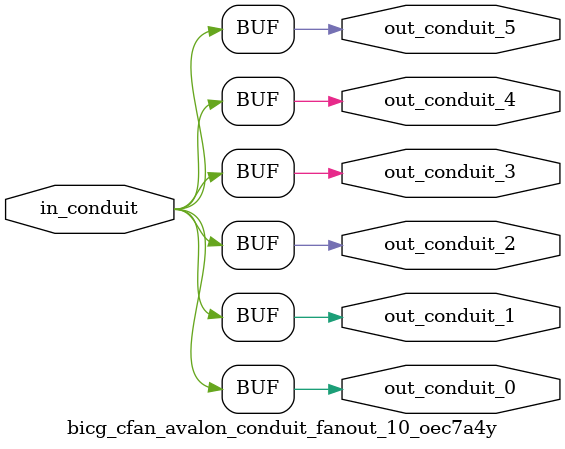
<source format=sv>


 


// --------------------------------------------------------------------------------
//| Avalon Conduit Fan-Out
// --------------------------------------------------------------------------------

// ------------------------------------------
// Generation parameters:
//   output_name:       bicg_cfan_avalon_conduit_fanout_10_oec7a4y
//   numFanOut:         6
//   
// ------------------------------------------

module bicg_cfan_avalon_conduit_fanout_10_oec7a4y (     

// Interface: out_conduit_0
 output                    out_conduit_0,
// Interface: out_conduit_1
 output                    out_conduit_1,
// Interface: out_conduit_2
 output                    out_conduit_2,
// Interface: out_conduit_3
 output                    out_conduit_3,
// Interface: out_conduit_4
 output                    out_conduit_4,
// Interface: out_conduit_5
 output                    out_conduit_5,

// Interface: in_conduit
 input                   in_conduit

);

   assign  out_conduit_0 = in_conduit;
   assign  out_conduit_1 = in_conduit;
   assign  out_conduit_2 = in_conduit;
   assign  out_conduit_3 = in_conduit;
   assign  out_conduit_4 = in_conduit;
   assign  out_conduit_5 = in_conduit;

endmodule //


</source>
